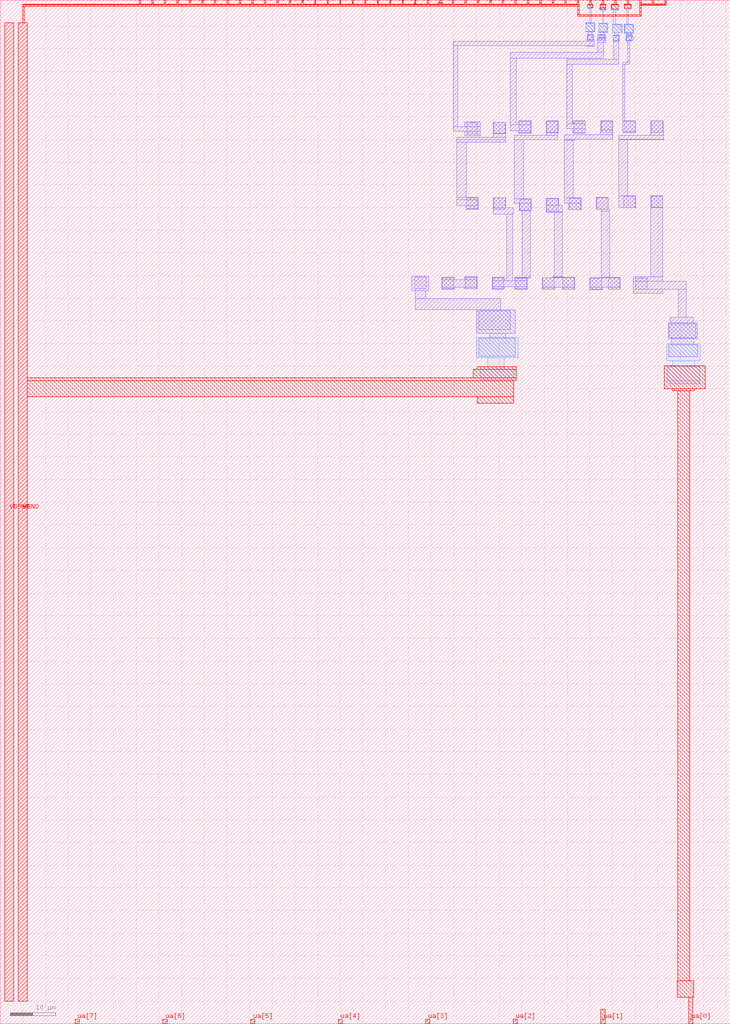
<source format=lef>
VERSION 5.7 ;
  NOWIREEXTENSIONATPIN ON ;
  DIVIDERCHAR "/" ;
  BUSBITCHARS "[]" ;
MACRO tt_um_r2r_dac
  CLASS BLOCK ;
  FOREIGN tt_um_r2r_dac ;
  ORIGIN 0.000 0.000 ;
  SIZE 161.000 BY 225.760 ;
  PIN clk
    DIRECTION INPUT ;
    USE SIGNAL ;
    PORT
      LAYER met4 ;
        RECT 143.830 224.760 144.130 225.760 ;
    END
  END clk
  PIN ena
    DIRECTION INPUT ;
    USE SIGNAL ;
    PORT
      LAYER met4 ;
        RECT 146.590 224.760 146.890 225.760 ;
    END
  END ena
  PIN rst_n
    DIRECTION INPUT ;
    USE SIGNAL ;
    PORT
      LAYER met4 ;
        RECT 141.070 224.760 141.370 225.760 ;
    END
  END rst_n
  PIN ua[0]
    DIRECTION INOUT ;
    USE SIGNAL ;
    PORT
      LAYER met4 ;
        RECT 151.810 0.000 152.710 1.000 ;
    END
  END ua[0]
  PIN ua[1]
    DIRECTION INOUT ;
    USE SIGNAL ;
    PORT
      LAYER met4 ;
        RECT 132.490 0.000 133.390 1.000 ;
    END
  END ua[1]
  PIN ua[2]
    DIRECTION INOUT ;
    USE SIGNAL ;
    PORT
      LAYER met4 ;
        RECT 113.170 0.000 114.070 1.000 ;
    END
  END ua[2]
  PIN ua[3]
    DIRECTION INOUT ;
    USE SIGNAL ;
    PORT
      LAYER met4 ;
        RECT 93.850 0.000 94.750 1.000 ;
    END
  END ua[3]
  PIN ua[4]
    DIRECTION INOUT ;
    USE SIGNAL ;
    PORT
      LAYER met4 ;
        RECT 74.530 0.000 75.430 1.000 ;
    END
  END ua[4]
  PIN ua[5]
    DIRECTION INOUT ;
    USE SIGNAL ;
    PORT
      LAYER met4 ;
        RECT 55.210 0.000 56.110 1.000 ;
    END
  END ua[5]
  PIN ua[6]
    DIRECTION INOUT ;
    USE SIGNAL ;
    PORT
      LAYER met4 ;
        RECT 35.890 0.000 36.790 1.000 ;
    END
  END ua[6]
  PIN ua[7]
    DIRECTION INOUT ;
    USE SIGNAL ;
    PORT
      LAYER met4 ;
        RECT 16.570 0.000 17.470 1.000 ;
    END
  END ua[7]
  PIN ui_in[0]
    DIRECTION INPUT ;
    USE SIGNAL ;
    PORT
      LAYER met4 ;
        RECT 138.310 224.760 138.610 225.760 ;
    END
  END ui_in[0]
  PIN ui_in[1]
    DIRECTION INPUT ;
    USE SIGNAL ;
    PORT
      LAYER met4 ;
        RECT 135.550 224.760 135.850 225.760 ;
    END
  END ui_in[1]
  PIN ui_in[2]
    DIRECTION INPUT ;
    USE SIGNAL ;
    PORT
      LAYER met4 ;
        RECT 132.790 224.760 133.090 225.760 ;
    END
  END ui_in[2]
  PIN ui_in[3]
    DIRECTION INPUT ;
    USE SIGNAL ;
    PORT
      LAYER met4 ;
        RECT 130.030 224.760 130.330 225.760 ;
    END
  END ui_in[3]
  PIN ui_in[4]
    DIRECTION INPUT ;
    USE SIGNAL ;
    PORT
      LAYER met4 ;
        RECT 127.270 224.760 127.570 225.760 ;
    END
  END ui_in[4]
  PIN ui_in[5]
    DIRECTION INPUT ;
    USE SIGNAL ;
    PORT
      LAYER met4 ;
        RECT 124.510 224.760 124.810 225.760 ;
    END
  END ui_in[5]
  PIN ui_in[6]
    DIRECTION INPUT ;
    USE SIGNAL ;
    PORT
      LAYER met4 ;
        RECT 121.750 224.760 122.050 225.760 ;
    END
  END ui_in[6]
  PIN ui_in[7]
    DIRECTION INPUT ;
    USE SIGNAL ;
    PORT
      LAYER met4 ;
        RECT 118.990 224.760 119.290 225.760 ;
    END
  END ui_in[7]
  PIN uio_in[0]
    DIRECTION INPUT ;
    USE SIGNAL ;
    PORT
      LAYER met4 ;
        RECT 116.230 224.760 116.530 225.760 ;
    END
  END uio_in[0]
  PIN uio_in[1]
    DIRECTION INPUT ;
    USE SIGNAL ;
    PORT
      LAYER met4 ;
        RECT 113.470 224.760 113.770 225.760 ;
    END
  END uio_in[1]
  PIN uio_in[2]
    DIRECTION INPUT ;
    USE SIGNAL ;
    PORT
      LAYER met4 ;
        RECT 110.710 224.760 111.010 225.760 ;
    END
  END uio_in[2]
  PIN uio_in[3]
    DIRECTION INPUT ;
    USE SIGNAL ;
    PORT
      LAYER met4 ;
        RECT 107.950 224.760 108.250 225.760 ;
    END
  END uio_in[3]
  PIN uio_in[4]
    DIRECTION INPUT ;
    USE SIGNAL ;
    PORT
      LAYER met4 ;
        RECT 105.190 224.760 105.490 225.760 ;
    END
  END uio_in[4]
  PIN uio_in[5]
    DIRECTION INPUT ;
    USE SIGNAL ;
    PORT
      LAYER met4 ;
        RECT 102.430 224.760 102.730 225.760 ;
    END
  END uio_in[5]
  PIN uio_in[6]
    DIRECTION INPUT ;
    USE SIGNAL ;
    PORT
      LAYER met4 ;
        RECT 99.670 224.760 99.970 225.760 ;
    END
  END uio_in[6]
  PIN uio_in[7]
    DIRECTION INPUT ;
    USE SIGNAL ;
    PORT
      LAYER met4 ;
        RECT 96.910 224.760 97.210 225.760 ;
    END
  END uio_in[7]
  PIN uio_oe[0]
    DIRECTION OUTPUT ;
    USE SIGNAL ;
    PORT
      LAYER met4 ;
        RECT 49.990 224.760 50.290 225.760 ;
    END
  END uio_oe[0]
  PIN uio_oe[1]
    DIRECTION OUTPUT ;
    USE SIGNAL ;
    PORT
      LAYER met4 ;
        RECT 47.230 224.760 47.530 225.760 ;
    END
  END uio_oe[1]
  PIN uio_oe[2]
    DIRECTION OUTPUT ;
    USE SIGNAL ;
    PORT
      LAYER met4 ;
        RECT 44.470 224.760 44.770 225.760 ;
    END
  END uio_oe[2]
  PIN uio_oe[3]
    DIRECTION OUTPUT ;
    USE SIGNAL ;
    PORT
      LAYER met4 ;
        RECT 41.710 224.760 42.010 225.760 ;
    END
  END uio_oe[3]
  PIN uio_oe[4]
    DIRECTION OUTPUT ;
    USE SIGNAL ;
    PORT
      LAYER met4 ;
        RECT 38.950 224.760 39.250 225.760 ;
    END
  END uio_oe[4]
  PIN uio_oe[5]
    DIRECTION OUTPUT ;
    USE SIGNAL ;
    PORT
      LAYER met4 ;
        RECT 36.190 224.760 36.490 225.760 ;
    END
  END uio_oe[5]
  PIN uio_oe[6]
    DIRECTION OUTPUT ;
    USE SIGNAL ;
    PORT
      LAYER met4 ;
        RECT 33.430 224.760 33.730 225.760 ;
    END
  END uio_oe[6]
  PIN uio_oe[7]
    DIRECTION OUTPUT ;
    USE SIGNAL ;
    PORT
      LAYER met4 ;
        RECT 30.670 224.760 30.970 225.760 ;
    END
  END uio_oe[7]
  PIN uio_out[0]
    DIRECTION OUTPUT ;
    USE SIGNAL ;
    PORT
      LAYER met4 ;
        RECT 72.070 224.760 72.370 225.760 ;
    END
  END uio_out[0]
  PIN uio_out[1]
    DIRECTION OUTPUT ;
    USE SIGNAL ;
    PORT
      LAYER met4 ;
        RECT 69.310 224.760 69.610 225.760 ;
    END
  END uio_out[1]
  PIN uio_out[2]
    DIRECTION OUTPUT ;
    USE SIGNAL ;
    PORT
      LAYER met4 ;
        RECT 66.550 224.760 66.850 225.760 ;
    END
  END uio_out[2]
  PIN uio_out[3]
    DIRECTION OUTPUT ;
    USE SIGNAL ;
    PORT
      LAYER met4 ;
        RECT 63.790 224.760 64.090 225.760 ;
    END
  END uio_out[3]
  PIN uio_out[4]
    DIRECTION OUTPUT ;
    USE SIGNAL ;
    PORT
      LAYER met4 ;
        RECT 61.030 224.760 61.330 225.760 ;
    END
  END uio_out[4]
  PIN uio_out[5]
    DIRECTION OUTPUT ;
    USE SIGNAL ;
    PORT
      LAYER met4 ;
        RECT 58.270 224.760 58.570 225.760 ;
    END
  END uio_out[5]
  PIN uio_out[6]
    DIRECTION OUTPUT ;
    USE SIGNAL ;
    PORT
      LAYER met4 ;
        RECT 55.510 224.760 55.810 225.760 ;
    END
  END uio_out[6]
  PIN uio_out[7]
    DIRECTION OUTPUT ;
    USE SIGNAL ;
    PORT
      LAYER met4 ;
        RECT 52.750 224.760 53.050 225.760 ;
    END
  END uio_out[7]
  PIN uo_out[0]
    DIRECTION OUTPUT ;
    USE SIGNAL ;
    PORT
      LAYER met4 ;
        RECT 94.150 224.760 94.450 225.760 ;
    END
  END uo_out[0]
  PIN uo_out[1]
    DIRECTION OUTPUT ;
    USE SIGNAL ;
    PORT
      LAYER met4 ;
        RECT 91.390 224.760 91.690 225.760 ;
    END
  END uo_out[1]
  PIN uo_out[2]
    DIRECTION OUTPUT ;
    USE SIGNAL ;
    PORT
      LAYER met4 ;
        RECT 88.630 224.760 88.930 225.760 ;
    END
  END uo_out[2]
  PIN uo_out[3]
    DIRECTION OUTPUT ;
    USE SIGNAL ;
    PORT
      LAYER met4 ;
        RECT 85.870 224.760 86.170 225.760 ;
    END
  END uo_out[3]
  PIN uo_out[4]
    DIRECTION OUTPUT ;
    USE SIGNAL ;
    PORT
      LAYER met4 ;
        RECT 83.110 224.760 83.410 225.760 ;
    END
  END uo_out[4]
  PIN uo_out[5]
    DIRECTION OUTPUT ;
    USE SIGNAL ;
    PORT
      LAYER met4 ;
        RECT 80.350 224.760 80.650 225.760 ;
    END
  END uo_out[5]
  PIN uo_out[6]
    DIRECTION OUTPUT ;
    USE SIGNAL ;
    PORT
      LAYER met4 ;
        RECT 77.590 224.760 77.890 225.760 ;
    END
  END uo_out[6]
  PIN uo_out[7]
    DIRECTION OUTPUT ;
    USE SIGNAL ;
    PORT
      LAYER met4 ;
        RECT 74.830 224.760 75.130 225.760 ;
    END
  END uo_out[7]
  PIN VDPWR
    DIRECTION INOUT ;
    USE POWER ;
    PORT
      LAYER met4 ;
        RECT 1.000 5.000 3.000 220.760 ;
    END
  END VDPWR
  PIN VGND
    DIRECTION INOUT ;
    USE GROUND ;
    PORT
      LAYER met4 ;
        RECT 4.000 5.000 6.000 220.760 ;
    END
  END VGND
  OBS
      LAYER li1 ;
        RECT 115.590 199.020 116.090 199.110 ;
        RECT 121.980 199.090 122.480 199.110 ;
        RECT 103.980 198.700 104.480 198.790 ;
        RECT 110.370 198.770 110.870 198.790 ;
        RECT 102.850 196.200 105.360 198.700 ;
        RECT 108.880 196.270 111.390 198.770 ;
        RECT 114.460 196.520 116.970 199.020 ;
        RECT 120.490 196.590 123.000 199.090 ;
        RECT 127.600 199.020 128.100 199.110 ;
        RECT 133.990 199.090 134.490 199.110 ;
        RECT 126.470 196.520 128.980 199.020 ;
        RECT 132.500 196.590 135.010 199.090 ;
        RECT 138.730 199.030 139.230 199.120 ;
        RECT 145.120 199.100 145.620 199.120 ;
        RECT 137.600 196.530 140.110 199.030 ;
        RECT 143.630 196.600 146.140 199.100 ;
        RECT 138.660 182.480 139.160 182.570 ;
        RECT 145.050 182.550 145.550 182.570 ;
        RECT 103.340 182.200 103.840 182.220 ;
        RECT 102.820 179.700 105.330 182.200 ;
        RECT 109.730 182.130 110.230 182.220 ;
        RECT 108.850 179.630 111.360 182.130 ;
        RECT 126.650 182.080 127.150 182.170 ;
        RECT 133.040 182.150 133.540 182.170 ;
        RECT 115.650 181.890 116.150 181.980 ;
        RECT 122.040 181.960 122.540 181.980 ;
        RECT 114.520 179.390 117.030 181.890 ;
        RECT 120.550 179.460 123.060 181.960 ;
        RECT 125.520 179.580 128.030 182.080 ;
        RECT 131.550 179.650 134.060 182.150 ;
        RECT 137.530 179.980 140.040 182.480 ;
        RECT 143.560 180.050 146.070 182.550 ;
        RECT 91.970 164.630 92.470 164.650 ;
        RECT 91.450 162.130 93.960 164.630 ;
        RECT 98.360 164.560 98.860 164.650 ;
        RECT 103.080 164.620 103.580 164.640 ;
        RECT 97.480 162.060 99.990 164.560 ;
        RECT 102.560 162.120 105.070 164.620 ;
        RECT 109.470 164.550 109.970 164.640 ;
        RECT 114.110 164.560 114.610 164.580 ;
        RECT 108.590 162.050 111.100 164.550 ;
        RECT 113.590 162.060 116.100 164.560 ;
        RECT 120.500 164.490 121.000 164.580 ;
        RECT 124.590 164.510 125.090 164.530 ;
        RECT 119.620 161.990 122.130 164.490 ;
        RECT 124.070 162.010 126.580 164.510 ;
        RECT 130.980 164.440 131.480 164.530 ;
        RECT 134.660 164.520 135.160 164.540 ;
        RECT 130.100 161.940 132.610 164.440 ;
        RECT 134.140 162.020 136.650 164.520 ;
        RECT 141.050 164.450 141.550 164.540 ;
        RECT 140.170 161.950 142.680 164.450 ;
      LAYER met1 ;
        RECT 131.740 218.100 133.060 218.150 ;
        RECT 129.450 217.000 130.850 218.100 ;
        RECT 131.740 217.460 133.390 218.100 ;
        RECT 131.740 217.280 133.580 217.460 ;
        RECT 129.260 216.670 130.960 217.000 ;
        RECT 131.630 216.950 133.580 217.280 ;
        RECT 99.900 215.650 130.960 216.670 ;
        RECT 99.900 197.870 100.920 215.650 ;
        RECT 129.260 215.600 130.960 215.650 ;
        RECT 131.740 216.490 133.580 216.950 ;
        RECT 135.150 216.740 136.550 218.050 ;
        RECT 138.040 217.700 139.440 218.110 ;
        RECT 137.950 216.960 139.620 217.700 ;
        RECT 138.000 216.760 139.420 216.960 ;
        RECT 131.740 214.310 133.060 216.490 ;
        RECT 112.510 212.990 133.060 214.310 ;
        RECT 102.430 197.870 105.820 198.960 ;
        RECT 99.900 196.850 105.820 197.870 ;
        RECT 102.430 195.880 105.820 196.850 ;
        RECT 108.770 196.390 111.460 198.850 ;
        RECT 112.510 198.300 113.830 212.990 ;
        RECT 135.310 212.740 136.450 216.740 ;
        RECT 138.250 216.500 138.950 216.760 ;
        RECT 124.990 211.600 136.450 212.740 ;
        RECT 138.340 212.040 138.800 216.500 ;
        RECT 114.250 198.300 117.130 199.170 ;
        RECT 112.510 196.980 117.130 198.300 ;
        RECT 108.740 195.490 111.500 196.390 ;
        RECT 114.250 196.380 117.130 196.980 ;
        RECT 120.380 196.540 123.070 199.170 ;
        RECT 124.990 198.480 126.130 211.600 ;
        RECT 137.240 211.580 138.800 212.040 ;
        RECT 126.300 198.480 129.070 199.140 ;
        RECT 124.990 197.340 129.070 198.480 ;
        RECT 120.470 195.970 123.010 196.540 ;
        RECT 126.300 196.410 129.070 197.340 ;
        RECT 132.390 197.190 135.080 199.170 ;
        RECT 132.360 196.020 135.080 197.190 ;
        RECT 137.250 199.150 137.695 211.580 ;
        RECT 137.250 196.760 140.210 199.150 ;
        RECT 137.450 196.470 140.210 196.760 ;
        RECT 143.520 196.580 146.210 199.180 ;
        RECT 100.700 195.010 111.500 195.490 ;
        RECT 100.670 194.420 111.500 195.010 ;
        RECT 113.350 194.990 123.010 195.970 ;
        RECT 124.370 195.020 135.080 196.020 ;
        RECT 143.510 196.010 146.330 196.580 ;
        RECT 136.420 195.020 146.370 196.010 ;
        RECT 100.670 194.410 111.460 194.420 ;
        RECT 100.670 182.280 102.780 194.410 ;
        RECT 100.670 181.700 105.440 182.280 ;
        RECT 100.640 180.440 105.440 181.700 ;
        RECT 102.750 179.650 105.440 180.440 ;
        RECT 108.780 179.920 111.470 182.210 ;
        RECT 113.390 181.970 115.430 194.990 ;
        RECT 120.470 194.940 123.010 194.990 ;
        RECT 124.390 194.810 126.660 195.020 ;
        RECT 136.400 194.990 146.370 195.020 ;
        RECT 124.390 182.160 126.420 194.810 ;
        RECT 136.400 182.560 138.390 194.990 ;
        RECT 113.390 180.950 117.100 181.970 ;
        RECT 108.720 178.490 113.180 179.920 ;
        RECT 114.410 179.340 117.100 180.950 ;
        RECT 120.440 180.520 123.130 182.040 ;
        RECT 124.390 180.980 128.100 182.160 ;
        RECT 90.780 161.710 94.500 164.890 ;
        RECT 97.410 164.110 100.100 164.640 ;
        RECT 102.490 164.110 105.180 164.700 ;
        RECT 97.410 162.450 105.180 164.110 ;
        RECT 97.410 162.010 100.100 162.450 ;
        RECT 102.490 162.070 105.180 162.450 ;
        RECT 108.520 163.900 111.210 164.630 ;
        RECT 111.660 163.900 113.030 178.490 ;
        RECT 115.140 164.640 116.930 179.340 ;
        RECT 120.370 179.070 123.950 180.520 ;
        RECT 125.410 179.530 128.100 180.980 ;
        RECT 131.440 179.600 134.130 182.230 ;
        RECT 136.400 180.020 140.110 182.560 ;
        RECT 143.450 180.020 146.140 182.630 ;
        RECT 137.420 179.930 140.110 180.020 ;
        RECT 143.420 180.000 146.140 180.020 ;
        RECT 132.550 179.150 134.380 179.600 ;
        RECT 120.370 178.950 123.970 179.070 ;
        RECT 122.180 164.800 123.970 178.950 ;
        RECT 113.520 164.430 116.930 164.640 ;
        RECT 121.890 164.590 124.120 164.800 ;
        RECT 132.590 164.600 134.380 179.150 ;
        RECT 143.420 164.720 146.110 180.000 ;
        RECT 121.890 164.570 126.690 164.590 ;
        RECT 113.520 163.900 116.210 164.430 ;
        RECT 108.520 162.520 116.210 163.900 ;
        RECT 108.520 162.000 111.210 162.520 ;
        RECT 113.520 162.010 116.210 162.520 ;
        RECT 119.550 162.420 126.690 164.570 ;
        RECT 132.590 164.520 136.760 164.600 ;
        RECT 119.550 161.940 122.240 162.420 ;
        RECT 124.000 161.960 126.690 162.420 ;
        RECT 130.030 162.430 136.760 164.520 ;
        RECT 130.030 161.890 132.720 162.430 ;
        RECT 134.070 161.970 136.760 162.430 ;
        RECT 139.610 163.705 146.110 164.720 ;
        RECT 139.610 161.995 151.245 163.705 ;
        RECT 91.525 159.860 93.875 161.710 ;
        RECT 139.610 161.160 146.110 161.995 ;
        RECT 139.610 161.150 143.590 161.160 ;
        RECT 91.525 157.510 110.380 159.860 ;
        RECT 108.030 157.210 110.380 157.510 ;
        RECT 105.530 153.060 112.480 157.210 ;
        RECT 149.535 155.770 151.245 161.995 ;
        RECT 147.800 154.650 152.830 155.770 ;
        RECT 147.310 151.110 153.770 154.650 ;
      LAYER met2 ;
        RECT 129.120 218.810 131.170 220.760 ;
        RECT 129.690 217.990 130.610 218.810 ;
        RECT 131.950 218.720 134.000 220.670 ;
        RECT 132.380 217.990 133.300 218.720 ;
        RECT 135.080 218.520 137.130 220.470 ;
        RECT 129.540 216.860 130.710 217.990 ;
        RECT 132.080 217.620 133.300 217.990 ;
        RECT 135.440 217.940 136.360 218.520 ;
        RECT 137.630 218.500 139.680 220.450 ;
        RECT 138.300 218.000 139.220 218.500 ;
        RECT 132.080 216.860 133.250 217.620 ;
        RECT 135.240 216.810 136.410 217.940 ;
        RECT 138.130 216.870 139.300 218.000 ;
        RECT 105.120 152.240 113.550 157.430 ;
        RECT 107.920 151.200 111.530 152.240 ;
        RECT 147.570 151.300 153.360 154.350 ;
        RECT 105.580 147.270 113.530 151.200 ;
        RECT 148.120 149.780 152.960 151.300 ;
        RECT 147.390 147.140 153.840 149.780 ;
      LAYER met3 ;
        RECT 135.000 224.750 136.210 224.760 ;
        RECT 129.600 223.840 130.600 224.750 ;
        RECT 129.970 220.660 130.330 223.840 ;
        RECT 132.350 223.540 133.500 224.750 ;
        RECT 134.900 223.550 136.260 224.750 ;
        RECT 137.750 224.000 139.060 224.750 ;
        RECT 137.750 223.800 139.050 224.000 ;
        RECT 129.170 218.860 130.970 220.660 ;
        RECT 132.780 220.570 133.140 223.540 ;
        RECT 132.000 218.770 133.800 220.570 ;
        RECT 135.245 220.370 135.695 223.550 ;
        RECT 135.130 218.570 136.930 220.370 ;
        RECT 138.150 220.350 138.470 223.800 ;
        RECT 137.680 218.550 139.480 220.350 ;
        RECT 105.120 146.850 114.200 151.420 ;
        RECT 107.470 144.360 111.120 146.850 ;
        RECT 147.010 146.190 154.370 149.980 ;
        RECT 148.300 144.860 153.170 146.190 ;
        RECT 105.820 142.050 113.240 144.360 ;
        RECT 147.160 141.790 154.320 144.860 ;
        RECT 147.570 141.130 154.310 141.790 ;
      LAYER met4 ;
        RECT 91.300 224.800 91.390 225.100 ;
        RECT 96.600 224.800 96.910 225.290 ;
        RECT 4.975 224.760 30.670 224.800 ;
        RECT 30.970 224.760 33.430 224.800 ;
        RECT 33.730 224.760 36.190 224.800 ;
        RECT 36.490 224.760 38.950 224.800 ;
        RECT 39.250 224.760 41.710 224.800 ;
        RECT 42.010 224.760 44.470 224.800 ;
        RECT 44.770 224.760 47.230 224.800 ;
        RECT 47.530 224.760 49.990 224.800 ;
        RECT 50.290 224.760 52.750 224.800 ;
        RECT 53.050 224.760 55.510 224.800 ;
        RECT 55.810 224.760 58.270 224.800 ;
        RECT 58.570 224.760 61.030 224.800 ;
        RECT 61.330 224.760 63.790 224.800 ;
        RECT 64.090 224.760 66.550 224.800 ;
        RECT 66.850 224.760 69.310 224.800 ;
        RECT 69.610 224.760 72.070 224.800 ;
        RECT 72.370 224.760 74.830 224.800 ;
        RECT 75.130 224.760 77.590 224.800 ;
        RECT 77.890 224.760 80.350 224.800 ;
        RECT 80.650 224.760 83.110 224.800 ;
        RECT 83.410 224.760 85.870 224.800 ;
        RECT 86.170 224.760 88.630 224.800 ;
        RECT 88.930 224.760 91.390 224.800 ;
        RECT 91.690 224.760 94.150 224.800 ;
        RECT 94.450 224.760 96.910 224.800 ;
        RECT 97.210 224.800 97.540 225.240 ;
        RECT 97.210 224.760 99.670 224.800 ;
        RECT 99.970 224.760 102.430 224.800 ;
        RECT 102.730 224.760 105.190 224.800 ;
        RECT 105.490 224.760 107.950 224.800 ;
        RECT 108.250 224.760 110.710 224.800 ;
        RECT 111.010 224.760 113.470 224.800 ;
        RECT 113.770 224.760 116.230 224.800 ;
        RECT 116.530 224.760 118.990 224.800 ;
        RECT 119.290 224.760 121.750 224.800 ;
        RECT 122.050 224.760 124.510 224.800 ;
        RECT 124.810 224.760 127.270 224.800 ;
        RECT 127.570 224.760 127.705 224.800 ;
        RECT 4.975 224.450 127.705 224.760 ;
        RECT 4.975 220.760 5.325 224.450 ;
        RECT 127.355 222.505 127.705 224.450 ;
        RECT 129.550 224.760 130.030 224.800 ;
        RECT 130.330 224.760 130.660 224.800 ;
        RECT 129.550 224.100 130.660 224.760 ;
        RECT 132.300 224.760 132.790 224.800 ;
        RECT 133.090 224.760 133.550 224.800 ;
        RECT 132.300 224.100 133.550 224.760 ;
        RECT 132.200 223.800 133.550 224.100 ;
        RECT 134.800 224.760 135.550 224.800 ;
        RECT 135.850 224.760 136.350 224.800 ;
        RECT 134.800 223.750 136.350 224.760 ;
        RECT 137.650 224.760 138.310 224.800 ;
        RECT 138.610 224.760 139.150 224.800 ;
        RECT 137.650 223.950 139.150 224.760 ;
        RECT 141.055 224.760 141.070 224.935 ;
        RECT 141.370 224.760 143.830 224.935 ;
        RECT 144.130 224.760 146.590 224.935 ;
        RECT 146.890 224.760 146.935 224.935 ;
        RECT 141.055 224.585 146.935 224.760 ;
        RECT 141.055 222.505 141.405 224.585 ;
        RECT 127.355 222.155 141.405 222.505 ;
        RECT 105.250 144.360 113.830 144.860 ;
        RECT 104.310 142.490 113.830 144.360 ;
        RECT 6.000 141.770 113.830 142.490 ;
        RECT 6.000 138.320 113.250 141.770 ;
        RECT 146.480 140.040 155.490 145.150 ;
        RECT 148.230 139.560 153.090 140.040 ;
        RECT 105.190 136.890 113.250 138.320 ;
        RECT 149.390 9.510 152.030 139.560 ;
        RECT 149.360 5.820 152.950 9.510 ;
        RECT 132.490 1.000 133.390 3.250 ;
        RECT 151.800 1.000 152.720 5.820 ;
        RECT 151.800 0.140 151.810 1.000 ;
        RECT 152.710 0.140 152.720 1.000 ;
  END
END tt_um_r2r_dac
END LIBRARY


</source>
